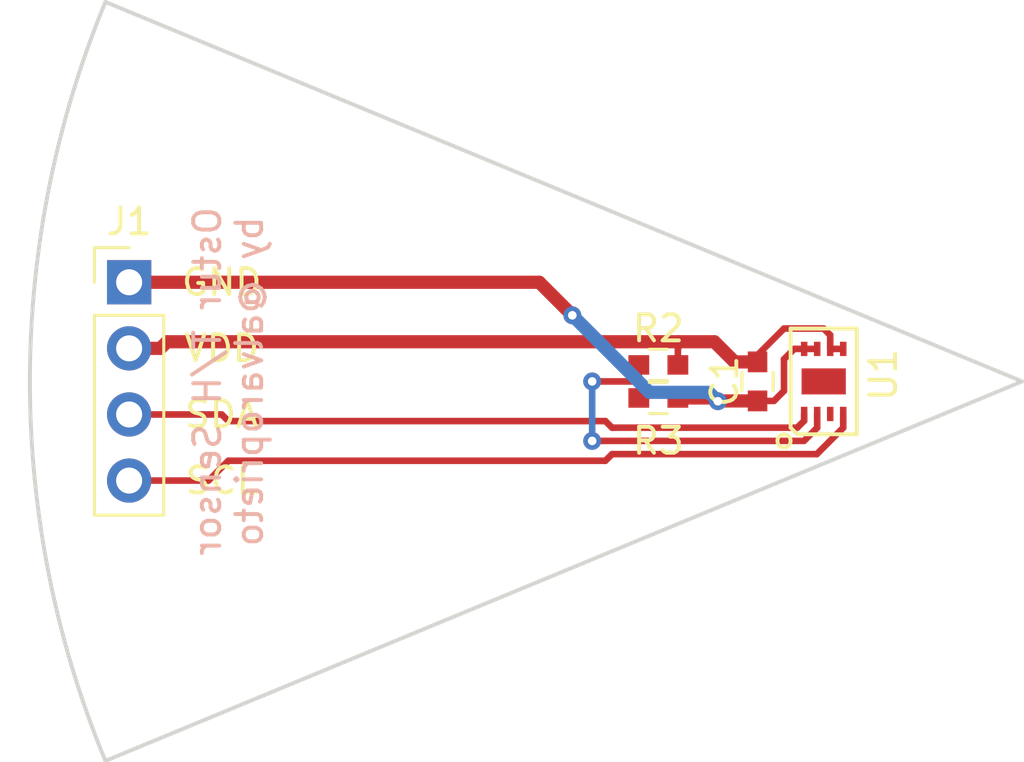
<source format=kicad_pcb>
(kicad_pcb (version 4) (host pcbnew 4.0.7-e2-6376~58~ubuntu16.04.1)

  (general
    (links 12)
    (no_connects 6)
    (area 139.624999 112.34476 177.875001 141.65524)
    (thickness 1.6)
    (drawings 9)
    (tracks 59)
    (zones 0)
    (modules 5)
    (nets 7)
  )

  (page A4)
  (layers
    (0 F.Cu signal)
    (31 B.Cu signal)
    (32 B.Adhes user)
    (33 F.Adhes user)
    (34 B.Paste user)
    (35 F.Paste user)
    (36 B.SilkS user)
    (37 F.SilkS user)
    (38 B.Mask user)
    (39 F.Mask user)
    (40 Dwgs.User user)
    (41 Cmts.User user)
    (42 Eco1.User user)
    (43 Eco2.User user)
    (44 Edge.Cuts user)
    (45 Margin user)
    (46 B.CrtYd user)
    (47 F.CrtYd user)
    (48 B.Fab user)
    (49 F.Fab user)
  )

  (setup
    (last_trace_width 0.254)
    (user_trace_width 0.1524)
    (user_trace_width 0.254)
    (user_trace_width 0.381)
    (user_trace_width 0.508)
    (trace_clearance 0.1524)
    (zone_clearance 0.508)
    (zone_45_only no)
    (trace_min 0.1524)
    (segment_width 0.2)
    (edge_width 0.15)
    (via_size 0.6858)
    (via_drill 0.3302)
    (via_min_size 0.6858)
    (via_min_drill 0.3302)
    (user_via 0.6858 0.3302)
    (user_via 1.3716 0.6604)
    (uvia_size 0.762)
    (uvia_drill 0.508)
    (uvias_allowed no)
    (uvia_min_size 0)
    (uvia_min_drill 0)
    (pcb_text_width 0.3)
    (pcb_text_size 1.5 1.5)
    (mod_edge_width 0.15)
    (mod_text_size 1 1)
    (mod_text_width 0.15)
    (pad_size 1.524 1.524)
    (pad_drill 0.762)
    (pad_to_mask_clearance 0.1016)
    (aux_axis_origin 0 0)
    (visible_elements FFFFFF7F)
    (pcbplotparams
      (layerselection 0x010fc_80000001)
      (usegerberextensions false)
      (excludeedgelayer true)
      (linewidth 0.100000)
      (plotframeref false)
      (viasonmask false)
      (mode 1)
      (useauxorigin false)
      (hpglpennumber 1)
      (hpglpenspeed 20)
      (hpglpendiameter 15)
      (hpglpenoverlay 2)
      (psnegative false)
      (psa4output false)
      (plotreference true)
      (plotvalue true)
      (plotinvisibletext false)
      (padsonsilk false)
      (subtractmaskfromsilk false)
      (outputformat 1)
      (mirror false)
      (drillshape 0)
      (scaleselection 1)
      (outputdirectory gerbers/))
  )

  (net 0 "")
  (net 1 VDD)
  (net 2 GND)
  (net 3 /SCL)
  (net 4 /SDA)
  (net 5 /ADDR)
  (net 6 "Net-(U1-Pad3)")

  (net_class Default "This is the default net class."
    (clearance 0.1524)
    (trace_width 0.1524)
    (via_dia 0.6858)
    (via_drill 0.3302)
    (uvia_dia 0.762)
    (uvia_drill 0.508)
    (add_net /ADDR)
    (add_net /SCL)
    (add_net /SDA)
    (add_net GND)
    (add_net "Net-(U1-Pad3)")
    (add_net VDD)
  )

  (module Capacitors_SMD:C_0603 (layer F.Cu) (tedit 59958EE7) (tstamp 59D4ED5B)
    (at 167.64 127 270)
    (descr "Capacitor SMD 0603, reflow soldering, AVX (see smccp.pdf)")
    (tags "capacitor 0603")
    (path /582143D4)
    (attr smd)
    (fp_text reference C1 (at 0 1.27 270) (layer F.SilkS)
      (effects (font (size 1 1) (thickness 0.15)))
    )
    (fp_text value 0.1u (at 0 1.5 270) (layer F.Fab)
      (effects (font (size 1 1) (thickness 0.15)))
    )
    (fp_line (start 1.4 0.65) (end -1.4 0.65) (layer F.CrtYd) (width 0.05))
    (fp_line (start 1.4 0.65) (end 1.4 -0.65) (layer F.CrtYd) (width 0.05))
    (fp_line (start -1.4 -0.65) (end -1.4 0.65) (layer F.CrtYd) (width 0.05))
    (fp_line (start -1.4 -0.65) (end 1.4 -0.65) (layer F.CrtYd) (width 0.05))
    (fp_line (start 0.35 0.6) (end -0.35 0.6) (layer F.SilkS) (width 0.12))
    (fp_line (start -0.35 -0.6) (end 0.35 -0.6) (layer F.SilkS) (width 0.12))
    (fp_line (start -0.8 -0.4) (end 0.8 -0.4) (layer F.Fab) (width 0.1))
    (fp_line (start 0.8 -0.4) (end 0.8 0.4) (layer F.Fab) (width 0.1))
    (fp_line (start 0.8 0.4) (end -0.8 0.4) (layer F.Fab) (width 0.1))
    (fp_line (start -0.8 0.4) (end -0.8 -0.4) (layer F.Fab) (width 0.1))
    (fp_text user %R (at 0 0 270) (layer F.Fab)
      (effects (font (size 0.3 0.3) (thickness 0.075)))
    )
    (pad 2 smd rect (at 0.75 0 270) (size 0.8 0.75) (layers F.Cu F.Paste F.Mask)
      (net 2 GND))
    (pad 1 smd rect (at -0.75 0 270) (size 0.8 0.75) (layers F.Cu F.Paste F.Mask)
      (net 1 VDD))
    (model Capacitors_SMD.3dshapes/C_0603.wrl
      (at (xyz 0 0 0))
      (scale (xyz 1 1 1))
      (rotate (xyz 0 0 0))
    )
  )

  (module Capacitors_SMD:C_0603 (layer F.Cu) (tedit 59958EE7) (tstamp 59D4ED74)
    (at 163.83 126.365 180)
    (descr "Capacitor SMD 0603, reflow soldering, AVX (see smccp.pdf)")
    (tags "capacitor 0603")
    (path /582130E8)
    (attr smd)
    (fp_text reference R2 (at 0 1.397 180) (layer F.SilkS)
      (effects (font (size 1 1) (thickness 0.15)))
    )
    (fp_text value DNP (at 0 1.5 180) (layer F.Fab)
      (effects (font (size 1 1) (thickness 0.15)))
    )
    (fp_line (start 1.4 0.65) (end -1.4 0.65) (layer F.CrtYd) (width 0.05))
    (fp_line (start 1.4 0.65) (end 1.4 -0.65) (layer F.CrtYd) (width 0.05))
    (fp_line (start -1.4 -0.65) (end -1.4 0.65) (layer F.CrtYd) (width 0.05))
    (fp_line (start -1.4 -0.65) (end 1.4 -0.65) (layer F.CrtYd) (width 0.05))
    (fp_line (start 0.35 0.6) (end -0.35 0.6) (layer F.SilkS) (width 0.12))
    (fp_line (start -0.35 -0.6) (end 0.35 -0.6) (layer F.SilkS) (width 0.12))
    (fp_line (start -0.8 -0.4) (end 0.8 -0.4) (layer F.Fab) (width 0.1))
    (fp_line (start 0.8 -0.4) (end 0.8 0.4) (layer F.Fab) (width 0.1))
    (fp_line (start 0.8 0.4) (end -0.8 0.4) (layer F.Fab) (width 0.1))
    (fp_line (start -0.8 0.4) (end -0.8 -0.4) (layer F.Fab) (width 0.1))
    (fp_text user %R (at 0 0 180) (layer F.Fab)
      (effects (font (size 0.3 0.3) (thickness 0.075)))
    )
    (pad 2 smd rect (at 0.75 0 180) (size 0.8 0.75) (layers F.Cu F.Paste F.Mask)
      (net 5 /ADDR))
    (pad 1 smd rect (at -0.75 0 180) (size 0.8 0.75) (layers F.Cu F.Paste F.Mask)
      (net 1 VDD))
    (model Capacitors_SMD.3dshapes/C_0603.wrl
      (at (xyz 0 0 0))
      (scale (xyz 1 1 1))
      (rotate (xyz 0 0 0))
    )
  )

  (module Capacitors_SMD:C_0603 (layer F.Cu) (tedit 59958EE7) (tstamp 59D4ED85)
    (at 163.83 127.635)
    (descr "Capacitor SMD 0603, reflow soldering, AVX (see smccp.pdf)")
    (tags "capacitor 0603")
    (path /5821318D)
    (attr smd)
    (fp_text reference R3 (at 0 1.651) (layer F.SilkS)
      (effects (font (size 1 1) (thickness 0.15)))
    )
    (fp_text value 10k (at 0 1.5) (layer F.Fab)
      (effects (font (size 1 1) (thickness 0.15)))
    )
    (fp_line (start 1.4 0.65) (end -1.4 0.65) (layer F.CrtYd) (width 0.05))
    (fp_line (start 1.4 0.65) (end 1.4 -0.65) (layer F.CrtYd) (width 0.05))
    (fp_line (start -1.4 -0.65) (end -1.4 0.65) (layer F.CrtYd) (width 0.05))
    (fp_line (start -1.4 -0.65) (end 1.4 -0.65) (layer F.CrtYd) (width 0.05))
    (fp_line (start 0.35 0.6) (end -0.35 0.6) (layer F.SilkS) (width 0.12))
    (fp_line (start -0.35 -0.6) (end 0.35 -0.6) (layer F.SilkS) (width 0.12))
    (fp_line (start -0.8 -0.4) (end 0.8 -0.4) (layer F.Fab) (width 0.1))
    (fp_line (start 0.8 -0.4) (end 0.8 0.4) (layer F.Fab) (width 0.1))
    (fp_line (start 0.8 0.4) (end -0.8 0.4) (layer F.Fab) (width 0.1))
    (fp_line (start -0.8 0.4) (end -0.8 -0.4) (layer F.Fab) (width 0.1))
    (fp_text user %R (at 0 0) (layer F.Fab)
      (effects (font (size 0.3 0.3) (thickness 0.075)))
    )
    (pad 2 smd rect (at 0.75 0) (size 0.8 0.75) (layers F.Cu F.Paste F.Mask)
      (net 2 GND))
    (pad 1 smd rect (at -0.75 0) (size 0.8 0.75) (layers F.Cu F.Paste F.Mask)
      (net 5 /ADDR))
    (model Capacitors_SMD.3dshapes/C_0603.wrl
      (at (xyz 0 0 0))
      (scale (xyz 1 1 1))
      (rotate (xyz 0 0 0))
    )
  )

  (module footprints:SHT3x (layer F.Cu) (tedit 582166D3) (tstamp 59D4ED98)
    (at 170.18 127 90)
    (path /58213308)
    (fp_text reference U1 (at 0.254 2.286 90) (layer F.SilkS)
      (effects (font (size 1 1) (thickness 0.15)))
    )
    (fp_text value SHT3x-DIS (at 0.254 -2.286 90) (layer F.Fab)
      (effects (font (size 1 1) (thickness 0.15)))
    )
    (fp_circle (center -2.286 -1.524) (end -2.032 -1.524) (layer F.SilkS) (width 0.15))
    (fp_line (start -2.032 -1.016) (end -2.032 1.27) (layer F.SilkS) (width 0.15))
    (fp_line (start -2.032 1.27) (end 2.032 1.27) (layer F.SilkS) (width 0.15))
    (fp_line (start 2.032 1.27) (end 2.032 -1.27) (layer F.SilkS) (width 0.15))
    (fp_line (start 2.032 -1.27) (end -1.778 -1.27) (layer F.SilkS) (width 0.15))
    (fp_line (start -1.778 -1.27) (end -2.032 -1.016) (layer F.SilkS) (width 0.15))
    (pad 1 smd rect (at -1.25 -0.75 90) (size 0.55 0.25) (layers F.Cu F.Paste F.Mask)
      (net 4 /SDA))
    (pad 2 smd rect (at -1.25 -0.25 90) (size 0.55 0.25) (layers F.Cu F.Paste F.Mask)
      (net 5 /ADDR))
    (pad 3 smd rect (at -1.25 0.25 90) (size 0.55 0.25) (layers F.Cu F.Paste F.Mask)
      (net 6 "Net-(U1-Pad3)"))
    (pad 4 smd rect (at -1.25 0.75 90) (size 0.55 0.25) (layers F.Cu F.Paste F.Mask)
      (net 3 /SCL))
    (pad 5 smd rect (at 1.25 0.75 90) (size 0.55 0.25) (layers F.Cu F.Paste F.Mask)
      (net 1 VDD))
    (pad 6 smd rect (at 1.25 0.25 90) (size 0.55 0.25) (layers F.Cu F.Paste F.Mask)
      (net 1 VDD))
    (pad 7 smd rect (at 1.25 -0.25 90) (size 0.55 0.25) (layers F.Cu F.Paste F.Mask)
      (net 2 GND))
    (pad 8 smd rect (at 1.25 -0.75 90) (size 0.55 0.25) (layers F.Cu F.Paste F.Mask)
      (net 2 GND))
    (pad "" smd rect (at 0 0 90) (size 1 1.7) (layers F.Cu F.Paste F.Mask))
  )

  (module Pin_Headers:Pin_Header_Straight_1x04_Pitch2.54mm (layer F.Cu) (tedit 59650532) (tstamp 59D4F1A1)
    (at 143.51 123.19)
    (descr "Through hole straight pin header, 1x04, 2.54mm pitch, single row")
    (tags "Through hole pin header THT 1x04 2.54mm single row")
    (path /596A2ADA)
    (fp_text reference J1 (at 0 -2.33) (layer F.SilkS)
      (effects (font (size 1 1) (thickness 0.15)))
    )
    (fp_text value CONN_01X04 (at 0 9.95) (layer F.Fab)
      (effects (font (size 1 1) (thickness 0.15)))
    )
    (fp_line (start -0.635 -1.27) (end 1.27 -1.27) (layer F.Fab) (width 0.1))
    (fp_line (start 1.27 -1.27) (end 1.27 8.89) (layer F.Fab) (width 0.1))
    (fp_line (start 1.27 8.89) (end -1.27 8.89) (layer F.Fab) (width 0.1))
    (fp_line (start -1.27 8.89) (end -1.27 -0.635) (layer F.Fab) (width 0.1))
    (fp_line (start -1.27 -0.635) (end -0.635 -1.27) (layer F.Fab) (width 0.1))
    (fp_line (start -1.33 8.95) (end 1.33 8.95) (layer F.SilkS) (width 0.12))
    (fp_line (start -1.33 1.27) (end -1.33 8.95) (layer F.SilkS) (width 0.12))
    (fp_line (start 1.33 1.27) (end 1.33 8.95) (layer F.SilkS) (width 0.12))
    (fp_line (start -1.33 1.27) (end 1.33 1.27) (layer F.SilkS) (width 0.12))
    (fp_line (start -1.33 0) (end -1.33 -1.33) (layer F.SilkS) (width 0.12))
    (fp_line (start -1.33 -1.33) (end 0 -1.33) (layer F.SilkS) (width 0.12))
    (fp_line (start -1.8 -1.8) (end -1.8 9.4) (layer F.CrtYd) (width 0.05))
    (fp_line (start -1.8 9.4) (end 1.8 9.4) (layer F.CrtYd) (width 0.05))
    (fp_line (start 1.8 9.4) (end 1.8 -1.8) (layer F.CrtYd) (width 0.05))
    (fp_line (start 1.8 -1.8) (end -1.8 -1.8) (layer F.CrtYd) (width 0.05))
    (fp_text user %R (at 0 3.81 90) (layer F.Fab)
      (effects (font (size 1 1) (thickness 0.15)))
    )
    (pad 1 thru_hole rect (at 0 0) (size 1.7 1.7) (drill 1) (layers *.Cu *.Mask)
      (net 2 GND))
    (pad 2 thru_hole oval (at 0 2.54) (size 1.7 1.7) (drill 1) (layers *.Cu *.Mask)
      (net 1 VDD))
    (pad 3 thru_hole oval (at 0 5.08) (size 1.7 1.7) (drill 1) (layers *.Cu *.Mask)
      (net 4 /SDA))
    (pad 4 thru_hole oval (at 0 7.62) (size 1.7 1.7) (drill 1) (layers *.Cu *.Mask)
      (net 3 /SCL))
    (model ${KISYS3DMOD}/Pin_Headers.3dshapes/Pin_Header_Straight_1x04_Pitch2.54mm.wrl
      (at (xyz 0 0 0))
      (scale (xyz 1 1 1))
      (rotate (xyz 0 0 0))
    )
  )

  (gr_text "Ostur T/H Sensor\nby @alvaroprieto" (at 147.32 127 90) (layer B.SilkS) (tstamp 59D4F270)
    (effects (font (size 1 1) (thickness 0.15)) (justify mirror))
  )
  (gr_text SCL (at 147.066 130.81) (layer F.SilkS) (tstamp 59D4F23C)
    (effects (font (size 1 1) (thickness 0.15)))
  )
  (gr_text SDA (at 147.066 128.27) (layer F.SilkS) (tstamp 59D4F239)
    (effects (font (size 1 1) (thickness 0.15)))
  )
  (gr_text VDD (at 147.066 125.73) (layer F.SilkS) (tstamp 59D4F236)
    (effects (font (size 1 1) (thickness 0.15)))
  )
  (gr_text GND (at 147.066 123.19) (layer F.SilkS)
    (effects (font (size 1 1) (thickness 0.15)))
  )
  (gr_arc (start 177.8 127) (end 139.7 127) (angle -22.5) (layer Edge.Cuts) (width 0.15) (tstamp 59D4EED4))
  (gr_line (start 177.8 127) (end 142.60068 112.4204) (layer Edge.Cuts) (width 0.15))
  (gr_arc (start 177.8 127) (end 139.7 127) (angle 22.5) (layer Edge.Cuts) (width 0.15))
  (gr_line (start 177.8 127) (end 142.60068 141.5796) (layer Edge.Cuts) (width 0.15))

  (segment (start 144.966081 125.476) (end 164.592 125.476) (width 0.508) (layer F.Cu) (net 1))
  (segment (start 164.592 125.476) (end 165.983 125.476) (width 0.508) (layer F.Cu) (net 1))
  (segment (start 164.58 126.365) (end 164.58 125.736) (width 0.254) (layer F.Cu) (net 1))
  (segment (start 164.592 125.724) (end 164.592 125.476) (width 0.254) (layer F.Cu) (net 1))
  (segment (start 164.58 125.736) (end 164.592 125.724) (width 0.254) (layer F.Cu) (net 1))
  (segment (start 165.983 125.476) (end 166.757 126.25) (width 0.508) (layer F.Cu) (net 1))
  (segment (start 166.757 126.25) (end 167.64 126.25) (width 0.508) (layer F.Cu) (net 1))
  (segment (start 143.51 125.73) (end 144.712081 125.73) (width 0.508) (layer F.Cu) (net 1))
  (segment (start 144.712081 125.73) (end 144.966081 125.476) (width 0.508) (layer F.Cu) (net 1))
  (segment (start 164.695 126.25) (end 164.58 126.365) (width 0.254) (layer F.Cu) (net 1))
  (segment (start 170.43 125.75) (end 170.43 125.221) (width 0.254) (layer F.Cu) (net 1))
  (segment (start 170.177 124.968) (end 168.656 124.968) (width 0.254) (layer F.Cu) (net 1))
  (segment (start 170.43 125.221) (end 170.177 124.968) (width 0.254) (layer F.Cu) (net 1))
  (segment (start 168.656 124.968) (end 167.64 125.984) (width 0.254) (layer F.Cu) (net 1))
  (segment (start 167.64 125.984) (end 167.64 126.25) (width 0.254) (layer F.Cu) (net 1))
  (segment (start 170.93 125.75) (end 170.43 125.75) (width 0.254) (layer F.Cu) (net 1))
  (segment (start 166.116 127.762) (end 164.707 127.762) (width 0.254) (layer F.Cu) (net 2))
  (segment (start 164.707 127.762) (end 164.58 127.635) (width 0.254) (layer F.Cu) (net 2))
  (segment (start 160.528 124.46) (end 159.258 123.19) (width 0.508) (layer F.Cu) (net 2))
  (segment (start 159.258 123.19) (end 143.51 123.19) (width 0.508) (layer F.Cu) (net 2))
  (segment (start 162.306 126.238) (end 160.528 124.46) (width 0.508) (layer B.Cu) (net 2))
  (via (at 160.528 124.46) (size 0.6858) (drill 0.3302) (layers F.Cu B.Cu) (net 2))
  (segment (start 163.487101 127.419101) (end 162.306 126.238) (width 0.508) (layer B.Cu) (net 2))
  (segment (start 166.116 127.762) (end 165.773101 127.419101) (width 0.508) (layer B.Cu) (net 2))
  (segment (start 165.773101 127.419101) (end 163.487101 127.419101) (width 0.508) (layer B.Cu) (net 2))
  (segment (start 167.64 127.75) (end 166.128 127.75) (width 0.508) (layer F.Cu) (net 2))
  (segment (start 166.128 127.75) (end 166.116 127.762) (width 0.508) (layer F.Cu) (net 2))
  (via (at 166.116 127.762) (size 0.6858) (drill 0.3302) (layers F.Cu B.Cu) (net 2))
  (segment (start 164.695 127.75) (end 164.58 127.635) (width 0.254) (layer F.Cu) (net 2))
  (segment (start 169.43 125.75) (end 169.051 125.75) (width 0.254) (layer F.Cu) (net 2))
  (segment (start 169.051 125.75) (end 168.656 126.145) (width 0.254) (layer F.Cu) (net 2))
  (segment (start 168.656 126.145) (end 168.656 127.363) (width 0.254) (layer F.Cu) (net 2))
  (segment (start 168.656 127.363) (end 168.269 127.75) (width 0.254) (layer F.Cu) (net 2))
  (segment (start 168.269 127.75) (end 167.64 127.75) (width 0.254) (layer F.Cu) (net 2))
  (segment (start 169.93 125.75) (end 169.43 125.75) (width 0.254) (layer F.Cu) (net 2))
  (segment (start 170.93 128.25) (end 170.93 128.779) (width 0.254) (layer F.Cu) (net 3))
  (segment (start 170.93 128.779) (end 169.915 129.794) (width 0.254) (layer F.Cu) (net 3))
  (segment (start 169.915 129.794) (end 162.052 129.794) (width 0.254) (layer F.Cu) (net 3))
  (segment (start 162.052 129.794) (end 161.798 130.048) (width 0.254) (layer F.Cu) (net 3))
  (segment (start 147.32 130.048) (end 146.558 130.81) (width 0.254) (layer F.Cu) (net 3))
  (segment (start 161.798 130.048) (end 147.32 130.048) (width 0.254) (layer F.Cu) (net 3))
  (segment (start 146.558 130.81) (end 143.51 130.81) (width 0.254) (layer F.Cu) (net 3))
  (segment (start 169.43 128.25) (end 169.43 128.512) (width 0.254) (layer F.Cu) (net 4))
  (segment (start 147.32 128.524) (end 147.066 128.27) (width 0.254) (layer F.Cu) (net 4))
  (segment (start 169.43 128.512) (end 169.164 128.778) (width 0.254) (layer F.Cu) (net 4))
  (segment (start 169.164 128.778) (end 162.052 128.778) (width 0.254) (layer F.Cu) (net 4))
  (segment (start 147.066 128.27) (end 143.51 128.27) (width 0.254) (layer F.Cu) (net 4))
  (segment (start 162.052 128.778) (end 161.798 128.524) (width 0.254) (layer F.Cu) (net 4))
  (segment (start 161.798 128.524) (end 147.32 128.524) (width 0.254) (layer F.Cu) (net 4))
  (segment (start 161.29 129.286) (end 161.29 127) (width 0.254) (layer B.Cu) (net 5))
  (segment (start 163.83 129.286) (end 161.29 129.286) (width 0.254) (layer F.Cu) (net 5))
  (via (at 161.29 129.286) (size 0.6858) (drill 0.3302) (layers F.Cu B.Cu) (net 5))
  (segment (start 163.08 127) (end 163.08 126.365) (width 0.254) (layer F.Cu) (net 5))
  (segment (start 163.08 127.635) (end 163.08 127) (width 0.254) (layer F.Cu) (net 5))
  (segment (start 163.08 127) (end 161.29 127) (width 0.254) (layer F.Cu) (net 5))
  (via (at 161.29 127) (size 0.6858) (drill 0.3302) (layers F.Cu B.Cu) (net 5))
  (segment (start 169.423 129.286) (end 163.83 129.286) (width 0.254) (layer F.Cu) (net 5))
  (segment (start 169.93 128.25) (end 169.93 128.779) (width 0.254) (layer F.Cu) (net 5))
  (segment (start 169.93 128.779) (end 169.423 129.286) (width 0.254) (layer F.Cu) (net 5))

)

</source>
